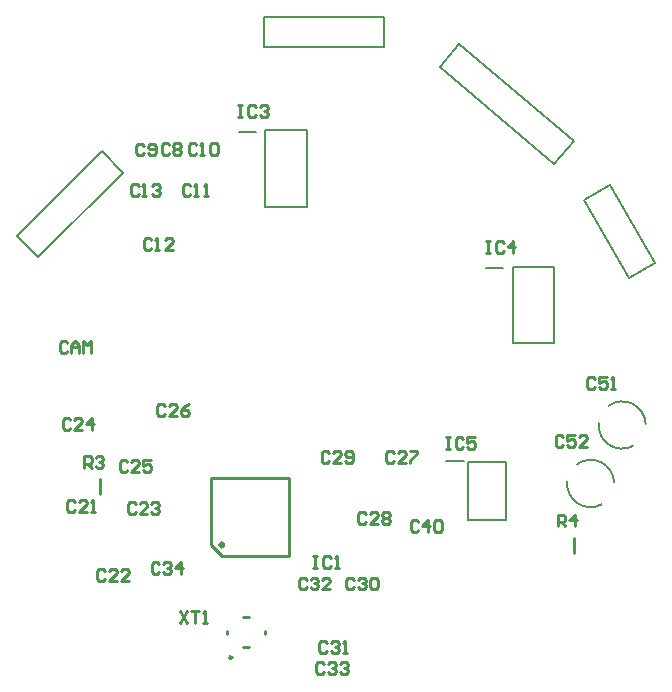
<source format=gto>
G04*
G04 #@! TF.GenerationSoftware,Altium Limited,Altium Designer,18.1.7 (191)*
G04*
G04 Layer_Color=65535*
%FSLAX44Y44*%
%MOMM*%
G71*
G01*
G75*
%ADD10C,0.2540*%
%ADD11C,0.2000*%
D10*
X-86360Y-273050D02*
G03*
X-86360Y-273050I-1270J0D01*
G01*
X-93454Y-177800D02*
G03*
X-93454Y-177800I-1796J0D01*
G01*
X-77470Y-238960D02*
X-72390D01*
X-77470Y-263960D02*
X-72390D01*
X-58930Y-252730D02*
X-58930Y-250190D01*
X-90930D02*
X-90930Y-252730D01*
X-104140Y-120650D02*
X-38100D01*
Y-186690D02*
Y-120650D01*
X-95250Y-186690D02*
X-38100D01*
X-104140Y-177800D02*
X-95250Y-186690D01*
X-104140Y-177800D02*
Y-120650D01*
X203200Y-184150D02*
Y-171450D01*
X-198120Y-134620D02*
Y-121920D01*
X71434Y-158159D02*
X69768Y-156493D01*
X66436D01*
X64770Y-158159D01*
Y-164824D01*
X66436Y-166490D01*
X69768D01*
X71434Y-164824D01*
X79765Y-166490D02*
Y-156493D01*
X74767Y-161492D01*
X81431D01*
X84763Y-158159D02*
X86430Y-156493D01*
X89762D01*
X91428Y-158159D01*
Y-164824D01*
X89762Y-166490D01*
X86430D01*
X84763Y-164824D01*
Y-158159D01*
X-23307Y-207061D02*
X-24974Y-205395D01*
X-28306D01*
X-29972Y-207061D01*
Y-213726D01*
X-28306Y-215392D01*
X-24974D01*
X-23307Y-213726D01*
X-19975Y-207061D02*
X-18309Y-205395D01*
X-14977D01*
X-13311Y-207061D01*
Y-208727D01*
X-14977Y-210394D01*
X-16643D01*
X-14977D01*
X-13311Y-212060D01*
Y-213726D01*
X-14977Y-215392D01*
X-18309D01*
X-19975Y-213726D01*
X-3314Y-215392D02*
X-9978D01*
X-3314Y-208727D01*
Y-207061D01*
X-4980Y-205395D01*
X-8312D01*
X-9978Y-207061D01*
X-6036Y-260909D02*
X-7702Y-259243D01*
X-11034D01*
X-12700Y-260909D01*
Y-267574D01*
X-11034Y-269240D01*
X-7702D01*
X-6036Y-267574D01*
X-2703Y-260909D02*
X-1037Y-259243D01*
X2295D01*
X3961Y-260909D01*
Y-262575D01*
X2295Y-264242D01*
X629D01*
X2295D01*
X3961Y-265908D01*
Y-267574D01*
X2295Y-269240D01*
X-1037D01*
X-2703Y-267574D01*
X7294Y-269240D02*
X10626D01*
X8960D01*
Y-259243D01*
X7294Y-260909D01*
X16825Y-207061D02*
X15158Y-205395D01*
X11826D01*
X10160Y-207061D01*
Y-213726D01*
X11826Y-215392D01*
X15158D01*
X16825Y-213726D01*
X20157Y-207061D02*
X21823Y-205395D01*
X25155D01*
X26821Y-207061D01*
Y-208727D01*
X25155Y-210394D01*
X23489D01*
X25155D01*
X26821Y-212060D01*
Y-213726D01*
X25155Y-215392D01*
X21823D01*
X20157Y-213726D01*
X30154Y-207061D02*
X31820Y-205395D01*
X35152D01*
X36818Y-207061D01*
Y-213726D01*
X35152Y-215392D01*
X31820D01*
X30154Y-213726D01*
Y-207061D01*
X-4004Y-99619D02*
X-5670Y-97953D01*
X-9002D01*
X-10668Y-99619D01*
Y-106284D01*
X-9002Y-107950D01*
X-5670D01*
X-4004Y-106284D01*
X5993Y-107950D02*
X-671D01*
X5993Y-101285D01*
Y-99619D01*
X4327Y-97953D01*
X995D01*
X-671Y-99619D01*
X9326Y-106284D02*
X10992Y-107950D01*
X14324D01*
X15990Y-106284D01*
Y-99619D01*
X14324Y-97953D01*
X10992D01*
X9326Y-99619D01*
Y-101285D01*
X10992Y-102952D01*
X15990D01*
X26985Y-151689D02*
X25318Y-150023D01*
X21986D01*
X20320Y-151689D01*
Y-158354D01*
X21986Y-160020D01*
X25318D01*
X26985Y-158354D01*
X36981Y-160020D02*
X30317D01*
X36981Y-153356D01*
Y-151689D01*
X35315Y-150023D01*
X31983D01*
X30317Y-151689D01*
X40314D02*
X41980Y-150023D01*
X45312D01*
X46978Y-151689D01*
Y-153356D01*
X45312Y-155022D01*
X46978Y-156688D01*
Y-158354D01*
X45312Y-160020D01*
X41980D01*
X40314Y-158354D01*
Y-156688D01*
X41980Y-155022D01*
X40314Y-153356D01*
Y-151689D01*
X41980Y-155022D02*
X45312D01*
X50606Y-99619D02*
X48940Y-97953D01*
X45608D01*
X43942Y-99619D01*
Y-106284D01*
X45608Y-107950D01*
X48940D01*
X50606Y-106284D01*
X60603Y-107950D02*
X53939D01*
X60603Y-101285D01*
Y-99619D01*
X58937Y-97953D01*
X55605D01*
X53939Y-99619D01*
X63936Y-97953D02*
X70600D01*
Y-99619D01*
X63936Y-106284D01*
Y-107950D01*
X-143195Y-60249D02*
X-144862Y-58583D01*
X-148194D01*
X-149860Y-60249D01*
Y-66914D01*
X-148194Y-68580D01*
X-144862D01*
X-143195Y-66914D01*
X-133199Y-68580D02*
X-139863D01*
X-133199Y-61915D01*
Y-60249D01*
X-134865Y-58583D01*
X-138197D01*
X-139863Y-60249D01*
X-123202Y-58583D02*
X-126534Y-60249D01*
X-129866Y-63582D01*
Y-66914D01*
X-128200Y-68580D01*
X-124868D01*
X-123202Y-66914D01*
Y-65248D01*
X-124868Y-63582D01*
X-129866D01*
X-174946Y-107239D02*
X-176612Y-105573D01*
X-179944D01*
X-181610Y-107239D01*
Y-113904D01*
X-179944Y-115570D01*
X-176612D01*
X-174946Y-113904D01*
X-164949Y-115570D02*
X-171613D01*
X-164949Y-108905D01*
Y-107239D01*
X-166615Y-105573D01*
X-169947D01*
X-171613Y-107239D01*
X-154952Y-105573D02*
X-161616D01*
Y-110572D01*
X-158284Y-108905D01*
X-156618D01*
X-154952Y-110572D01*
Y-113904D01*
X-156618Y-115570D01*
X-159950D01*
X-161616Y-113904D01*
X-223206Y-71679D02*
X-224872Y-70013D01*
X-228204D01*
X-229870Y-71679D01*
Y-78344D01*
X-228204Y-80010D01*
X-224872D01*
X-223206Y-78344D01*
X-213209Y-80010D02*
X-219873D01*
X-213209Y-73345D01*
Y-71679D01*
X-214875Y-70013D01*
X-218207D01*
X-219873Y-71679D01*
X-204878Y-80010D02*
Y-70013D01*
X-209876Y-75012D01*
X-203212D01*
X-168088Y-143307D02*
X-169754Y-141641D01*
X-173086D01*
X-174752Y-143307D01*
Y-149972D01*
X-173086Y-151638D01*
X-169754D01*
X-168088Y-149972D01*
X-158091Y-151638D02*
X-164755D01*
X-158091Y-144973D01*
Y-143307D01*
X-159757Y-141641D01*
X-163089D01*
X-164755Y-143307D01*
X-154758D02*
X-153092Y-141641D01*
X-149760D01*
X-148094Y-143307D01*
Y-144973D01*
X-149760Y-146640D01*
X-151426D01*
X-149760D01*
X-148094Y-148306D01*
Y-149972D01*
X-149760Y-151638D01*
X-153092D01*
X-154758Y-149972D01*
X-193995Y-199949D02*
X-195662Y-198283D01*
X-198994D01*
X-200660Y-199949D01*
Y-206614D01*
X-198994Y-208280D01*
X-195662D01*
X-193995Y-206614D01*
X-183999Y-208280D02*
X-190663D01*
X-183999Y-201616D01*
Y-199949D01*
X-185665Y-198283D01*
X-188997D01*
X-190663Y-199949D01*
X-174002Y-208280D02*
X-180666D01*
X-174002Y-201616D01*
Y-199949D01*
X-175668Y-198283D01*
X-179000D01*
X-180666Y-199949D01*
X-219396Y-141529D02*
X-221062Y-139863D01*
X-224394D01*
X-226060Y-141529D01*
Y-148194D01*
X-224394Y-149860D01*
X-221062D01*
X-219396Y-148194D01*
X-209399Y-149860D02*
X-216063D01*
X-209399Y-143195D01*
Y-141529D01*
X-211065Y-139863D01*
X-214397D01*
X-216063Y-141529D01*
X-206066Y-149860D02*
X-202734D01*
X-204400D01*
Y-139863D01*
X-206066Y-141529D01*
X-165576Y126441D02*
X-167242Y128107D01*
X-170574D01*
X-172240Y126441D01*
Y119776D01*
X-170574Y118110D01*
X-167242D01*
X-165576Y119776D01*
X-162243Y118110D02*
X-158911D01*
X-160577D01*
Y128107D01*
X-162243Y126441D01*
X-153913D02*
X-152247Y128107D01*
X-148914D01*
X-147248Y126441D01*
Y124775D01*
X-148914Y123108D01*
X-150580D01*
X-148914D01*
X-147248Y121442D01*
Y119776D01*
X-148914Y118110D01*
X-152247D01*
X-153913Y119776D01*
X-154626Y80721D02*
X-156292Y82387D01*
X-159624D01*
X-161290Y80721D01*
Y74056D01*
X-159624Y72390D01*
X-156292D01*
X-154626Y74056D01*
X-151293Y72390D02*
X-147961D01*
X-149627D01*
Y82387D01*
X-151293Y80721D01*
X-136298Y72390D02*
X-142963D01*
X-136298Y79054D01*
Y80721D01*
X-137964Y82387D01*
X-141296D01*
X-142963Y80721D01*
X-121606Y126441D02*
X-123272Y128107D01*
X-126604D01*
X-128270Y126441D01*
Y119776D01*
X-126604Y118110D01*
X-123272D01*
X-121606Y119776D01*
X-118273Y118110D02*
X-114941D01*
X-116607D01*
Y128107D01*
X-118273Y126441D01*
X-109943Y118110D02*
X-106610D01*
X-108276D01*
Y128107D01*
X-109943Y126441D01*
X-116525Y160731D02*
X-118192Y162397D01*
X-121524D01*
X-123190Y160731D01*
Y154066D01*
X-121524Y152400D01*
X-118192D01*
X-116525Y154066D01*
X-113193Y152400D02*
X-109861D01*
X-111527D01*
Y162397D01*
X-113193Y160731D01*
X-104863D02*
X-103196Y162397D01*
X-99864D01*
X-98198Y160731D01*
Y154066D01*
X-99864Y152400D01*
X-103196D01*
X-104863Y154066D01*
Y160731D01*
X-160956Y160391D02*
X-162622Y162057D01*
X-165954D01*
X-167620Y160391D01*
Y153726D01*
X-165954Y152060D01*
X-162622D01*
X-160956Y153726D01*
X-157623D02*
X-155957Y152060D01*
X-152625D01*
X-150959Y153726D01*
Y160391D01*
X-152625Y162057D01*
X-155957D01*
X-157623Y160391D01*
Y158724D01*
X-155957Y157058D01*
X-150959D01*
X-139385Y160731D02*
X-141052Y162397D01*
X-144384D01*
X-146050Y160731D01*
Y154066D01*
X-144384Y152400D01*
X-141052D01*
X-139385Y154066D01*
X-136053Y160731D02*
X-134387Y162397D01*
X-131055D01*
X-129389Y160731D01*
Y159065D01*
X-131055Y157398D01*
X-129389Y155732D01*
Y154066D01*
X-131055Y152400D01*
X-134387D01*
X-136053Y154066D01*
Y155732D01*
X-134387Y157398D01*
X-136053Y159065D01*
Y160731D01*
X-134387Y157398D02*
X-131055D01*
X-130810Y-233843D02*
X-124145Y-243840D01*
Y-233843D02*
X-130810Y-243840D01*
X-120813Y-233843D02*
X-114149D01*
X-117481D01*
Y-243840D01*
X-110816D02*
X-107484D01*
X-109150D01*
Y-233843D01*
X-110816Y-235509D01*
X189230Y-162052D02*
Y-152055D01*
X194228D01*
X195895Y-153721D01*
Y-157054D01*
X194228Y-158720D01*
X189230D01*
X192562D02*
X195895Y-162052D01*
X204225D02*
Y-152055D01*
X199227Y-157054D01*
X205891D01*
X-211996Y-112522D02*
Y-102525D01*
X-206998D01*
X-205331Y-104191D01*
Y-107524D01*
X-206998Y-109190D01*
X-211996D01*
X-208664D02*
X-205331Y-112522D01*
X-201999Y-104191D02*
X-200333Y-102525D01*
X-197001D01*
X-195335Y-104191D01*
Y-105857D01*
X-197001Y-107524D01*
X-198667D01*
X-197001D01*
X-195335Y-109190D01*
Y-110856D01*
X-197001Y-112522D01*
X-200333D01*
X-201999Y-110856D01*
X94488Y-86777D02*
X97820D01*
X96154D01*
Y-96774D01*
X94488D01*
X97820D01*
X109483Y-88443D02*
X107817Y-86777D01*
X104485D01*
X102819Y-88443D01*
Y-95108D01*
X104485Y-96774D01*
X107817D01*
X109483Y-95108D01*
X119480Y-86777D02*
X112815D01*
Y-91776D01*
X116148Y-90110D01*
X117814D01*
X119480Y-91776D01*
Y-95108D01*
X117814Y-96774D01*
X114482D01*
X112815Y-95108D01*
X128524Y79339D02*
X131856D01*
X130190D01*
Y69342D01*
X128524D01*
X131856D01*
X143519Y77673D02*
X141853Y79339D01*
X138521D01*
X136855Y77673D01*
Y71008D01*
X138521Y69342D01*
X141853D01*
X143519Y71008D01*
X151850Y69342D02*
Y79339D01*
X146851Y74340D01*
X153516D01*
X-81026Y194909D02*
X-77694D01*
X-79360D01*
Y184912D01*
X-81026D01*
X-77694D01*
X-66031Y193243D02*
X-67697Y194909D01*
X-71029D01*
X-72695Y193243D01*
Y186578D01*
X-71029Y184912D01*
X-67697D01*
X-66031Y186578D01*
X-62699Y193243D02*
X-61032Y194909D01*
X-57700D01*
X-56034Y193243D01*
Y191576D01*
X-57700Y189910D01*
X-59366D01*
X-57700D01*
X-56034Y188244D01*
Y186578D01*
X-57700Y184912D01*
X-61032D01*
X-62699Y186578D01*
X-17780Y-186853D02*
X-14448D01*
X-16114D01*
Y-196850D01*
X-17780D01*
X-14448D01*
X-2785Y-188519D02*
X-4451Y-186853D01*
X-7783D01*
X-9449Y-188519D01*
Y-195184D01*
X-7783Y-196850D01*
X-4451D01*
X-2785Y-195184D01*
X547Y-196850D02*
X3880D01*
X2214D01*
Y-186853D01*
X547Y-188519D01*
X-225746Y-6909D02*
X-227412Y-5243D01*
X-230744D01*
X-232410Y-6909D01*
Y-13574D01*
X-230744Y-15240D01*
X-227412D01*
X-225746Y-13574D01*
X-222413Y-15240D02*
Y-8576D01*
X-219081Y-5243D01*
X-215749Y-8576D01*
Y-15240D01*
Y-10242D01*
X-222413D01*
X-212416Y-15240D02*
Y-5243D01*
X-209084Y-8576D01*
X-205752Y-5243D01*
Y-15240D01*
X194116Y-86665D02*
X192450Y-84999D01*
X189118D01*
X187452Y-86665D01*
Y-93330D01*
X189118Y-94996D01*
X192450D01*
X194116Y-93330D01*
X204113Y-84999D02*
X197449D01*
Y-89998D01*
X200781Y-88331D01*
X202447D01*
X204113Y-89998D01*
Y-93330D01*
X202447Y-94996D01*
X199115D01*
X197449Y-93330D01*
X214110Y-94996D02*
X207446D01*
X214110Y-88331D01*
Y-86665D01*
X212444Y-84999D01*
X209112D01*
X207446Y-86665D01*
X220786Y-37135D02*
X219120Y-35469D01*
X215788D01*
X214122Y-37135D01*
Y-43800D01*
X215788Y-45466D01*
X219120D01*
X220786Y-43800D01*
X230783Y-35469D02*
X224119D01*
Y-40468D01*
X227451Y-38802D01*
X229117D01*
X230783Y-40468D01*
Y-43800D01*
X229117Y-45466D01*
X225785D01*
X224119Y-43800D01*
X234116Y-45466D02*
X237448D01*
X235782D01*
Y-35469D01*
X234116Y-37135D01*
X-147873Y-194107D02*
X-149540Y-192441D01*
X-152872D01*
X-154538Y-194107D01*
Y-200772D01*
X-152872Y-202438D01*
X-149540D01*
X-147873Y-200772D01*
X-144541Y-194107D02*
X-142875Y-192441D01*
X-139543D01*
X-137877Y-194107D01*
Y-195774D01*
X-139543Y-197440D01*
X-141209D01*
X-139543D01*
X-137877Y-199106D01*
Y-200772D01*
X-139543Y-202438D01*
X-142875D01*
X-144541Y-200772D01*
X-129546Y-202438D02*
Y-192441D01*
X-134544Y-197440D01*
X-127880D01*
X-8576Y-278689D02*
X-10242Y-277023D01*
X-13574D01*
X-15240Y-278689D01*
Y-285354D01*
X-13574Y-287020D01*
X-10242D01*
X-8576Y-285354D01*
X-5243Y-278689D02*
X-3577Y-277023D01*
X-245D01*
X1421Y-278689D01*
Y-280355D01*
X-245Y-282022D01*
X-1911D01*
X-245D01*
X1421Y-283688D01*
Y-285354D01*
X-245Y-287020D01*
X-3577D01*
X-5243Y-285354D01*
X4754Y-278689D02*
X6420Y-277023D01*
X9752D01*
X11418Y-278689D01*
Y-280355D01*
X9752Y-282022D01*
X8086D01*
X9752D01*
X11418Y-283688D01*
Y-285354D01*
X9752Y-287020D01*
X6420D01*
X4754Y-285354D01*
D11*
X223930Y-74308D02*
G03*
X253071Y-93942I19910J-1892D01*
G01*
X263821Y-75323D02*
G03*
X232246Y-59903I-19981J-877D01*
G01*
X197260Y-123838D02*
G03*
X226401Y-143472I19910J-1892D01*
G01*
X237151Y-124853D02*
G03*
X205576Y-109433I-19981J-877D01*
G01*
X41910Y243840D02*
Y269240D01*
X-59690Y243840D02*
X41910D01*
X-59690Y269240D02*
X41910D01*
X-59690Y243840D02*
Y269240D01*
X186530Y145034D02*
X202857Y164492D01*
X89243Y226668D02*
X186530Y145034D01*
X105570Y246126D02*
X202857Y164492D01*
X89243Y226668D02*
X105570Y246126D01*
X249352Y48284D02*
X271349Y60984D01*
X211252Y114276D02*
X249352Y48284D01*
X211252Y114276D02*
X233249Y126975D01*
X271349Y60984D01*
X-196489Y155482D02*
X-178528Y137521D01*
X-250371Y65679D02*
X-178528Y137521D01*
X-268331Y83639D02*
X-196489Y155482D01*
X-268331Y83639D02*
X-250371Y65679D01*
X113540Y-107580D02*
X145540D01*
Y-156580D02*
Y-107580D01*
X113540Y-156580D02*
X145540D01*
X113540D02*
Y-107580D01*
X94790Y-106280D02*
X110040D01*
X151390Y57920D02*
X186430D01*
Y-7120D02*
Y57920D01*
X151390Y-7120D02*
X186430D01*
X151390D02*
Y57920D01*
X128660Y56550D02*
X143160D01*
X-58160Y173490D02*
X-23120D01*
Y108450D02*
Y173490D01*
X-58160Y108450D02*
X-23120D01*
X-58160D02*
Y173490D01*
X-80890Y172120D02*
X-66390D01*
M02*

</source>
